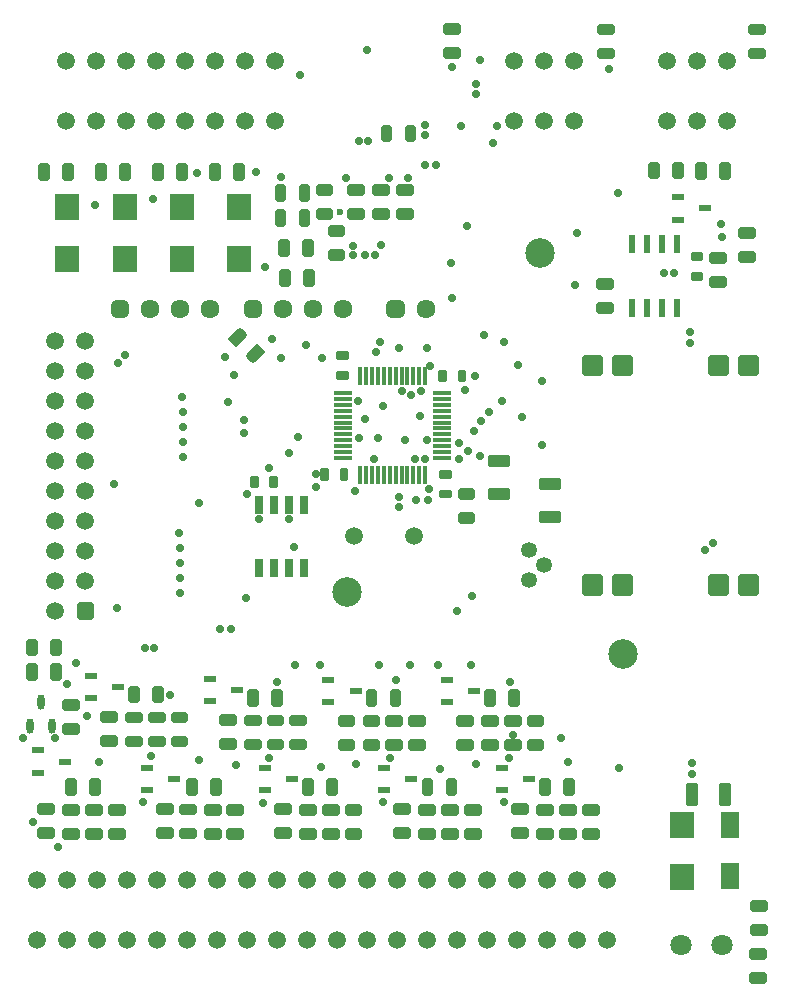
<source format=gts>
G04 Generated by Ultiboard 14.1 *
%FSLAX25Y25*%
%MOIN*%

%ADD10C,0.00001*%
%ADD11C,0.07087*%
%ADD12R,0.05118X0.05118*%
%ADD13C,0.01969*%
%ADD14R,0.03937X0.01969*%
%ADD15R,0.03937X0.02362*%
%ADD16C,0.05315*%
%ADD17C,0.02756*%
%ADD18R,0.02083X0.02083*%
%ADD19C,0.03917*%
%ADD20C,0.06334*%
%ADD21R,0.01969X0.03937*%
%ADD22R,0.06102X0.09055*%
%ADD23R,0.08465X0.08858*%
%ADD24R,0.02251X0.05834*%
%ADD25C,0.01666*%
%ADD26R,0.05834X0.02251*%
%ADD27C,0.05906*%
%ADD28P,0.05567X4*%
%ADD29O,0.02362X0.05118*%
%ADD30R,0.03543X0.03543*%
%ADD31C,0.02362*%
%ADD32R,0.01575X0.02756*%
%ADD33C,0.01181*%
%ADD34R,0.02559X0.06496*%
%ADD35R,0.02756X0.01575*%
%ADD36R,0.02362X0.06102*%
%ADD37R,0.01181X0.05906*%
%ADD38R,0.05906X0.01181*%
%ADD39C,0.09843*%


G04 ColorRGB FF00CC for the following layer *
%LNSolder Mask Top*%
%LPD*%
G54D10*
G54D11*
X221890Y15283D03*
X235669Y15283D03*
G54D12*
X234484Y208378D03*
X244484Y208378D03*
X192406Y208378D03*
X202406Y208378D03*
X192406Y135307D03*
X202406Y135307D03*
X234484Y135307D03*
X244484Y135307D03*
G54D13*
X231925Y205819D02*
X237043Y205819D01*
X237043Y210937D01*
X231925Y210937D01*
X231925Y205819D01*D02*
X241925Y205819D02*
X247043Y205819D01*
X247043Y210937D01*
X241925Y210937D01*
X241925Y205819D01*D02*
X189847Y205819D02*
X194965Y205819D01*
X194965Y210937D01*
X189847Y210937D01*
X189847Y205819D01*D02*
X199847Y205819D02*
X204965Y205819D01*
X204965Y210937D01*
X199847Y210937D01*
X199847Y205819D01*D02*
X189847Y132748D02*
X194965Y132748D01*
X194965Y137866D01*
X189847Y137866D01*
X189847Y132748D01*D02*
X199847Y132748D02*
X204965Y132748D01*
X204965Y137866D01*
X199847Y137866D01*
X199847Y132748D01*D02*
X231925Y132748D02*
X237043Y132748D01*
X237043Y137866D01*
X231925Y137866D01*
X231925Y132748D01*D02*
X241925Y132748D02*
X247043Y132748D01*
X247043Y137866D01*
X241925Y137866D01*
X241925Y132748D01*D02*
X31823Y51365D02*
X35759Y51365D01*
X35759Y53333D01*
X31823Y53333D01*
X31823Y51365D01*D02*
X31823Y59365D02*
X35759Y59365D01*
X35759Y61333D01*
X31823Y61333D01*
X31823Y59365D01*D02*
X8382Y59483D02*
X12318Y59483D01*
X12318Y61451D01*
X8382Y61451D01*
X8382Y59483D01*D02*
X8382Y51483D02*
X12318Y51483D01*
X12318Y53451D01*
X8382Y53451D01*
X8382Y51483D01*D02*
X16705Y51365D02*
X20641Y51365D01*
X20641Y53333D01*
X16705Y53333D01*
X16705Y51365D01*D02*
X16705Y59365D02*
X20641Y59365D01*
X20641Y61333D01*
X16705Y61333D01*
X16705Y59365D01*D02*
X24264Y51365D02*
X28200Y51365D01*
X28200Y53333D01*
X24264Y53333D01*
X24264Y51365D01*D02*
X24264Y59365D02*
X28200Y59365D01*
X28200Y61333D01*
X24264Y61333D01*
X24264Y59365D01*D02*
X227551Y271410D02*
X229519Y271410D01*
X229519Y275346D01*
X227551Y275346D01*
X227551Y271410D01*D02*
X235551Y271410D02*
X237519Y271410D01*
X237519Y275346D01*
X235551Y275346D01*
X235551Y271410D01*D02*
X219992Y271426D02*
X221960Y271426D01*
X221960Y275362D01*
X219992Y275362D01*
X219992Y271426D01*D02*
X211992Y271426D02*
X213960Y271426D01*
X213960Y275362D01*
X211992Y275362D01*
X211992Y271426D01*D02*
X71382Y51370D02*
X75318Y51370D01*
X75318Y53338D01*
X71382Y53338D01*
X71382Y51370D01*D02*
X71382Y59370D02*
X75318Y59370D01*
X75318Y61338D01*
X71382Y61338D01*
X71382Y59370D01*D02*
X63823Y51370D02*
X67759Y51370D01*
X67759Y53338D01*
X63823Y53338D01*
X63823Y51370D01*D02*
X63823Y59370D02*
X67759Y59370D01*
X67759Y61338D01*
X63823Y61338D01*
X63823Y59370D01*D02*
X47941Y51488D02*
X51877Y51488D01*
X51877Y53456D01*
X47941Y53456D01*
X47941Y51488D01*D02*
X47941Y59488D02*
X51877Y59488D01*
X51877Y61456D01*
X47941Y61456D01*
X47941Y59488D01*D02*
X65788Y66071D02*
X67756Y66071D01*
X67756Y70007D01*
X65788Y70007D01*
X65788Y66071D01*D02*
X57788Y66071D02*
X59756Y66071D01*
X59756Y70007D01*
X57788Y70007D01*
X57788Y66071D01*D02*
X245977Y19173D02*
X249913Y19173D01*
X249913Y21141D01*
X245977Y21141D01*
X245977Y19173D01*D02*
X245977Y27173D02*
X249913Y27173D01*
X249913Y29141D01*
X245977Y29141D01*
X245977Y27173D01*D02*
X245709Y11244D02*
X249645Y11244D01*
X249645Y13212D01*
X245709Y13212D01*
X245709Y11244D01*D02*
X245709Y3244D02*
X249645Y3244D01*
X249645Y5212D01*
X245709Y5212D01*
X245709Y3244D01*D02*
X17725Y66011D02*
X19693Y66011D01*
X19693Y69947D01*
X17725Y69947D01*
X17725Y66011D01*D02*
X25725Y66011D02*
X27693Y66011D01*
X27693Y69947D01*
X25725Y69947D01*
X25725Y66011D01*D02*
X88780Y235646D02*
X90748Y235646D01*
X90748Y239582D01*
X88780Y239582D01*
X88780Y235646D01*D02*
X96780Y235646D02*
X98748Y235646D01*
X98748Y239582D01*
X96780Y239582D01*
X96780Y235646D01*D02*
X105111Y244244D02*
X109047Y244244D01*
X109047Y246212D01*
X105111Y246212D01*
X105111Y244244D01*D02*
X105111Y252244D02*
X109047Y252244D01*
X109047Y254212D01*
X105111Y254212D01*
X105111Y252244D01*D02*
X95402Y255749D02*
X97370Y255749D01*
X97370Y259685D01*
X95402Y259685D01*
X95402Y255749D01*D02*
X87402Y255749D02*
X89370Y255749D01*
X89370Y259685D01*
X87402Y259685D01*
X87402Y255749D01*D02*
X130733Y283756D02*
X132701Y283756D01*
X132701Y287692D01*
X130733Y287692D01*
X130733Y283756D01*D02*
X122733Y283756D02*
X124701Y283756D01*
X124701Y287692D01*
X122733Y287692D01*
X122733Y283756D01*D02*
X241945Y251677D02*
X245881Y251677D01*
X245881Y253645D01*
X241945Y253645D01*
X241945Y251677D01*D02*
X241945Y243677D02*
X245881Y243677D01*
X245881Y245645D01*
X241945Y245645D01*
X241945Y243677D01*D02*
X72178Y217167D02*
X73570Y215775D01*
X76354Y218559D01*
X74962Y219951D01*
X72178Y217167D01*D02*
X82011Y212902D02*
X80619Y214294D01*
X77835Y211510D01*
X79227Y210118D01*
X82011Y212902D01*D02*
X96465Y245709D02*
X98433Y245709D01*
X98433Y249645D01*
X96465Y249645D01*
X96465Y245709D01*D02*
X88465Y245709D02*
X90433Y245709D01*
X90433Y249645D01*
X88465Y249645D01*
X88465Y245709D01*D02*
X127060Y51488D02*
X130996Y51488D01*
X130996Y53456D01*
X127060Y53456D01*
X127060Y51488D01*D02*
X127060Y59488D02*
X130996Y59488D01*
X130996Y61456D01*
X127060Y61456D01*
X127060Y59488D01*D02*
X135382Y51370D02*
X139318Y51370D01*
X139318Y53338D01*
X135382Y53338D01*
X135382Y51370D01*D02*
X135382Y59370D02*
X139318Y59370D01*
X139318Y61338D01*
X135382Y61338D01*
X135382Y59370D01*D02*
X142941Y51370D02*
X146877Y51370D01*
X146877Y53338D01*
X142941Y53338D01*
X142941Y51370D01*D02*
X142941Y59370D02*
X146877Y59370D01*
X146877Y61338D01*
X142941Y61338D01*
X142941Y59370D01*D02*
X150501Y51370D02*
X154437Y51370D01*
X154437Y53338D01*
X150501Y53338D01*
X150501Y51370D01*D02*
X150501Y59370D02*
X154437Y59370D01*
X154437Y61338D01*
X150501Y61338D01*
X150501Y59370D01*D02*
X171414Y88851D02*
X175350Y88851D01*
X175350Y90819D01*
X171414Y90819D01*
X171414Y88851D01*D02*
X171414Y80851D02*
X175350Y80851D01*
X175350Y82819D01*
X171414Y82819D01*
X171414Y80851D01*D02*
X166367Y59488D02*
X170303Y59488D01*
X170303Y61456D01*
X166367Y61456D01*
X166367Y59488D01*D02*
X166367Y51488D02*
X170303Y51488D01*
X170303Y53456D01*
X166367Y53456D01*
X166367Y51488D01*D02*
X174689Y59370D02*
X178625Y59370D01*
X178625Y61338D01*
X174689Y61338D01*
X174689Y59370D01*D02*
X174689Y51370D02*
X178625Y51370D01*
X178625Y53338D01*
X174689Y53338D01*
X174689Y51370D01*D02*
X182249Y51370D02*
X186185Y51370D01*
X186185Y53338D01*
X182249Y53338D01*
X182249Y51370D01*D02*
X182249Y59370D02*
X186185Y59370D01*
X186185Y61338D01*
X182249Y61338D01*
X182249Y59370D01*D02*
X189808Y51370D02*
X193744Y51370D01*
X193744Y53338D01*
X189808Y53338D01*
X189808Y51370D01*D02*
X189808Y59370D02*
X193744Y59370D01*
X193744Y61338D01*
X189808Y61338D01*
X189808Y59370D01*D02*
X87300Y59488D02*
X91236Y59488D01*
X91236Y61456D01*
X87300Y61456D01*
X87300Y59488D01*D02*
X87300Y51488D02*
X91236Y51488D01*
X91236Y53456D01*
X87300Y53456D01*
X87300Y51488D01*D02*
X95623Y51370D02*
X99559Y51370D01*
X99559Y53338D01*
X95623Y53338D01*
X95623Y51370D01*D02*
X95623Y59370D02*
X99559Y59370D01*
X99559Y61338D01*
X95623Y61338D01*
X95623Y59370D01*D02*
X103182Y59370D02*
X107118Y59370D01*
X107118Y61338D01*
X103182Y61338D01*
X103182Y59370D01*D02*
X103182Y51370D02*
X107118Y51370D01*
X107118Y53338D01*
X103182Y53338D01*
X103182Y51370D01*D02*
X110741Y59370D02*
X114677Y59370D01*
X114677Y61338D01*
X110741Y61338D01*
X110741Y59370D01*D02*
X110741Y51370D02*
X114677Y51370D01*
X114677Y53338D01*
X110741Y53338D01*
X110741Y51370D01*D02*
X92296Y81103D02*
X96232Y81103D01*
X96232Y83071D01*
X92296Y83071D01*
X92296Y81103D01*D02*
X92296Y89103D02*
X96232Y89103D01*
X96232Y91071D01*
X92296Y91071D01*
X92296Y89103D01*D02*
X38638Y96756D02*
X40606Y96756D01*
X40606Y100692D01*
X38638Y100692D01*
X38638Y96756D01*D02*
X46638Y96756D02*
X48606Y96756D01*
X48606Y100692D01*
X46638Y100692D01*
X46638Y96756D01*D02*
X52737Y90110D02*
X56673Y90110D01*
X56673Y92078D01*
X52737Y92078D01*
X52737Y90110D01*D02*
X52737Y82110D02*
X56673Y82110D01*
X56673Y84078D01*
X52737Y84078D01*
X52737Y82110D01*D02*
X16670Y94260D02*
X20606Y94260D01*
X20606Y96228D01*
X16670Y96228D01*
X16670Y94260D01*D02*
X16670Y86260D02*
X20606Y86260D01*
X20606Y88228D01*
X16670Y88228D01*
X16670Y86260D01*D02*
X29296Y90229D02*
X33232Y90229D01*
X33232Y92197D01*
X29296Y92197D01*
X29296Y90229D01*D02*
X29296Y82229D02*
X33232Y82229D01*
X33232Y84197D01*
X29296Y84197D01*
X29296Y82229D01*D02*
X37619Y90110D02*
X41555Y90110D01*
X41555Y92078D01*
X37619Y92078D01*
X37619Y90110D01*D02*
X37619Y82110D02*
X41555Y82110D01*
X41555Y84078D01*
X37619Y84078D01*
X37619Y82110D01*D02*
X45178Y82110D02*
X49114Y82110D01*
X49114Y84078D01*
X45178Y84078D01*
X45178Y82110D01*D02*
X45178Y90110D02*
X49114Y90110D01*
X49114Y92078D01*
X45178Y92078D01*
X45178Y90110D01*D02*
X68855Y89221D02*
X72791Y89221D01*
X72791Y91189D01*
X68855Y91189D01*
X68855Y89221D01*D02*
X68855Y81221D02*
X72791Y81221D01*
X72791Y83189D01*
X68855Y83189D01*
X68855Y81221D01*D02*
X77178Y81103D02*
X81114Y81103D01*
X81114Y83071D01*
X77178Y83071D01*
X77178Y81103D01*D02*
X77178Y89103D02*
X81114Y89103D01*
X81114Y91071D01*
X77178Y91071D01*
X77178Y89103D01*D02*
X84737Y89103D02*
X88673Y89103D01*
X88673Y91071D01*
X84737Y91071D01*
X84737Y89103D01*D02*
X84737Y81103D02*
X88673Y81103D01*
X88673Y83071D01*
X84737Y83071D01*
X84737Y81103D01*D02*
X96642Y66016D02*
X98610Y66016D01*
X98610Y69952D01*
X96642Y69952D01*
X96642Y66016D01*D02*
X104642Y66016D02*
X106610Y66016D01*
X106610Y69952D01*
X104642Y69952D01*
X104642Y66016D01*D02*
X108414Y80969D02*
X112350Y80969D01*
X112350Y82937D01*
X108414Y82937D01*
X108414Y80969D01*D02*
X108414Y88969D02*
X112350Y88969D01*
X112350Y90937D01*
X108414Y90937D01*
X108414Y88969D01*D02*
X116737Y88851D02*
X120673Y88851D01*
X120673Y90819D01*
X116737Y90819D01*
X116737Y88851D01*D02*
X116737Y80851D02*
X120673Y80851D01*
X120673Y82819D01*
X116737Y82819D01*
X116737Y80851D01*D02*
X124296Y80851D02*
X128232Y80851D01*
X128232Y82819D01*
X124296Y82819D01*
X124296Y80851D01*D02*
X124296Y88851D02*
X128232Y88851D01*
X128232Y90819D01*
X124296Y90819D01*
X124296Y88851D01*D02*
X147973Y88969D02*
X151909Y88969D01*
X151909Y90937D01*
X147973Y90937D01*
X147973Y88969D01*D02*
X147973Y80969D02*
X151909Y80969D01*
X151909Y82937D01*
X147973Y82937D01*
X147973Y80969D01*D02*
X156296Y88851D02*
X160232Y88851D01*
X160232Y90819D01*
X156296Y90819D01*
X156296Y88851D01*D02*
X156296Y80851D02*
X160232Y80851D01*
X160232Y82819D01*
X156296Y82819D01*
X156296Y80851D01*D02*
X163855Y88851D02*
X167791Y88851D01*
X167791Y90819D01*
X163855Y90819D01*
X163855Y88851D01*D02*
X163855Y80851D02*
X167791Y80851D01*
X167791Y82819D01*
X163855Y82819D01*
X163855Y80851D01*D02*
X183709Y66016D02*
X185677Y66016D01*
X185677Y69952D01*
X183709Y69952D01*
X183709Y66016D01*D02*
X175709Y66016D02*
X177677Y66016D01*
X177677Y69952D01*
X175709Y69952D01*
X175709Y66016D01*D02*
X131855Y88851D02*
X135791Y88851D01*
X135791Y90819D01*
X131855Y90819D01*
X131855Y88851D01*D02*
X131855Y80851D02*
X135791Y80851D01*
X135791Y82819D01*
X131855Y82819D01*
X131855Y80851D01*D02*
X12622Y112434D02*
X14590Y112434D01*
X14590Y116370D01*
X12622Y116370D01*
X12622Y112434D01*D02*
X4622Y112434D02*
X6590Y112434D01*
X6590Y116370D01*
X4622Y116370D01*
X4622Y112434D01*D02*
X12622Y104371D02*
X14590Y104371D01*
X14590Y108307D01*
X12622Y108307D01*
X12622Y104371D01*D02*
X4622Y104371D02*
X6590Y104371D01*
X6590Y108307D01*
X4622Y108307D01*
X4622Y104371D01*D02*
X136402Y66016D02*
X138370Y66016D01*
X138370Y69952D01*
X136402Y69952D01*
X136402Y66016D01*D02*
X144402Y66016D02*
X146370Y66016D01*
X146370Y69952D01*
X144402Y69952D01*
X144402Y66016D01*D02*
X55489Y59425D02*
X59425Y59425D01*
X59425Y61393D01*
X55489Y61393D01*
X55489Y59425D01*D02*
X55489Y51425D02*
X59425Y51425D01*
X59425Y53393D01*
X55489Y53393D01*
X55489Y51425D01*D02*
X119993Y265985D02*
X123929Y265985D01*
X123929Y267953D01*
X119993Y267953D01*
X119993Y265985D01*D02*
X119993Y257985D02*
X123929Y257985D01*
X123929Y259953D01*
X119993Y259953D01*
X119993Y257985D01*D02*
X111678Y258040D02*
X115614Y258040D01*
X115614Y260008D01*
X111678Y260008D01*
X111678Y258040D01*D02*
X111678Y266040D02*
X115614Y266040D01*
X115614Y268008D01*
X111678Y268008D01*
X111678Y266040D01*D02*
X128056Y257985D02*
X131992Y257985D01*
X131992Y259953D01*
X128056Y259953D01*
X128056Y257985D01*D02*
X128056Y265985D02*
X131992Y265985D01*
X131992Y267953D01*
X128056Y267953D01*
X128056Y265985D01*D02*
X194812Y311429D02*
X198748Y311429D01*
X198748Y313397D01*
X194812Y313397D01*
X194812Y311429D01*D02*
X194812Y319429D02*
X198748Y319429D01*
X198748Y321397D01*
X194812Y321397D01*
X194812Y319429D01*D02*
X245205Y311429D02*
X249141Y311429D01*
X249141Y313397D01*
X245205Y313397D01*
X245205Y311429D01*D02*
X245205Y319429D02*
X249141Y319429D01*
X249141Y321397D01*
X245205Y321397D01*
X245205Y319429D01*D02*
X143662Y319520D02*
X147598Y319520D01*
X147598Y321488D01*
X143662Y321488D01*
X143662Y319520D01*D02*
X143662Y311520D02*
X147598Y311520D01*
X147598Y313488D01*
X143662Y313488D01*
X143662Y311520D01*D02*
X87402Y264063D02*
X89370Y264063D01*
X89370Y267999D01*
X87402Y267999D01*
X87402Y264063D01*D02*
X95402Y264063D02*
X97370Y264063D01*
X97370Y267999D01*
X95402Y267999D01*
X95402Y264063D01*D02*
X101095Y258040D02*
X105031Y258040D01*
X105031Y260008D01*
X101095Y260008D01*
X101095Y258040D01*D02*
X101095Y266040D02*
X105031Y266040D01*
X105031Y268008D01*
X101095Y268008D01*
X101095Y266040D01*D02*
X8536Y270835D02*
X10504Y270835D01*
X10504Y274771D01*
X8536Y274771D01*
X8536Y270835D01*D02*
X16536Y270835D02*
X18504Y270835D01*
X18504Y274771D01*
X16536Y274771D01*
X16536Y270835D01*D02*
X27517Y270835D02*
X29485Y270835D01*
X29485Y274771D01*
X27517Y274771D01*
X27517Y270835D01*D02*
X35517Y270835D02*
X37485Y270835D01*
X37485Y274771D01*
X35517Y274771D01*
X35517Y270835D01*D02*
X46499Y270835D02*
X48467Y270835D01*
X48467Y274771D01*
X46499Y274771D01*
X46499Y270835D01*D02*
X54499Y270835D02*
X56467Y270835D01*
X56467Y274771D01*
X54499Y274771D01*
X54499Y270835D01*D02*
X73481Y270835D02*
X75449Y270835D01*
X75449Y274771D01*
X73481Y274771D01*
X73481Y270835D01*D02*
X65481Y270835D02*
X67449Y270835D01*
X67449Y274771D01*
X65481Y274771D01*
X65481Y270835D01*D02*
X148449Y156559D02*
X152385Y156559D01*
X152385Y158527D01*
X148449Y158527D01*
X148449Y156559D01*D02*
X148449Y164559D02*
X152385Y164559D01*
X152385Y166527D01*
X148449Y166527D01*
X148449Y164559D01*D02*
X232371Y243362D02*
X236307Y243362D01*
X236307Y245330D01*
X232371Y245330D01*
X232371Y243362D01*D02*
X232371Y235362D02*
X236307Y235362D01*
X236307Y237330D01*
X232371Y237330D01*
X232371Y235362D01*D02*
X194575Y226544D02*
X198511Y226544D01*
X198511Y228512D01*
X194575Y228512D01*
X194575Y226544D01*D02*
X194575Y234544D02*
X198511Y234544D01*
X198511Y236512D01*
X194575Y236512D01*
X194575Y234544D01*D02*
X165315Y95497D02*
X167283Y95497D01*
X167283Y99433D01*
X165315Y99433D01*
X165315Y95497D01*D02*
X157315Y95497D02*
X159283Y95497D01*
X159283Y99433D01*
X157315Y99433D01*
X157315Y95497D01*D02*
X117756Y95497D02*
X119724Y95497D01*
X119724Y99433D01*
X117756Y99433D01*
X117756Y95497D01*D02*
X125756Y95497D02*
X127724Y95497D01*
X127724Y99433D01*
X125756Y99433D01*
X125756Y95497D01*D02*
X78197Y95749D02*
X80165Y95749D01*
X80165Y99685D01*
X78197Y99685D01*
X78197Y95749D01*D02*
X86197Y95749D02*
X88165Y95749D01*
X88165Y99685D01*
X86197Y99685D01*
X86197Y95749D01*D02*
G54D14*
X33791Y52349D03*
X33791Y60349D03*
X10350Y60467D03*
X10350Y52467D03*
X18673Y52349D03*
X18673Y60349D03*
X26232Y52349D03*
X26232Y60349D03*
X73350Y52354D03*
X73350Y60354D03*
X65791Y52354D03*
X65791Y60354D03*
X49909Y52472D03*
X49909Y60472D03*
X247945Y20157D03*
X247945Y28157D03*
X247677Y12228D03*
X247677Y4228D03*
X107079Y245228D03*
X107079Y253228D03*
X243913Y252661D03*
X243913Y244661D03*
X129028Y52472D03*
X129028Y60472D03*
X137350Y52354D03*
X137350Y60354D03*
X144909Y52354D03*
X144909Y60354D03*
X152469Y52354D03*
X152469Y60354D03*
X173382Y89835D03*
X173382Y81835D03*
X168335Y60472D03*
X168335Y52472D03*
X176657Y60354D03*
X176657Y52354D03*
X184217Y52354D03*
X184217Y60354D03*
X191776Y52354D03*
X191776Y60354D03*
X89268Y60472D03*
X89268Y52472D03*
X97591Y52354D03*
X97591Y60354D03*
X105150Y60354D03*
X105150Y52354D03*
X112709Y60354D03*
X112709Y52354D03*
X94264Y82087D03*
X94264Y90087D03*
X54705Y91094D03*
X54705Y83094D03*
X18638Y95244D03*
X18638Y87244D03*
X31264Y91213D03*
X31264Y83213D03*
X39587Y91094D03*
X39587Y83094D03*
X47146Y83094D03*
X47146Y91094D03*
X70823Y90205D03*
X70823Y82205D03*
X79146Y82087D03*
X79146Y90087D03*
X86705Y90087D03*
X86705Y82087D03*
X110382Y81953D03*
X110382Y89953D03*
X118705Y89835D03*
X118705Y81835D03*
X126264Y81835D03*
X126264Y89835D03*
X149941Y89953D03*
X149941Y81953D03*
X158264Y89835D03*
X158264Y81835D03*
X165823Y89835D03*
X165823Y81835D03*
X133823Y89835D03*
X133823Y81835D03*
X57457Y60409D03*
X57457Y52409D03*
X121961Y266969D03*
X121961Y258969D03*
X113646Y259024D03*
X113646Y267024D03*
X130024Y258969D03*
X130024Y266969D03*
X196780Y312413D03*
X196780Y320413D03*
X247173Y312413D03*
X247173Y320413D03*
X145630Y320504D03*
X145630Y312504D03*
X103063Y259024D03*
X103063Y267024D03*
X150417Y157543D03*
X150417Y165543D03*
X234339Y244346D03*
X234339Y236346D03*
X196543Y227528D03*
X196543Y235528D03*
G54D15*
X7567Y72606D03*
X7567Y80087D03*
X16622Y76346D03*
X220984Y257047D03*
X230039Y260787D03*
X220984Y264528D03*
X43870Y66756D03*
X43870Y74236D03*
X52925Y70496D03*
X122988Y74236D03*
X122988Y66756D03*
X132043Y70496D03*
X143902Y103717D03*
X143902Y96236D03*
X152957Y99976D03*
X162295Y74236D03*
X162295Y66756D03*
X171350Y70496D03*
X64783Y103969D03*
X64783Y96488D03*
X73839Y100228D03*
X25224Y97496D03*
X25224Y104976D03*
X34280Y101236D03*
X92283Y70496D03*
X83228Y66756D03*
X83228Y74236D03*
X104343Y103717D03*
X104343Y96236D03*
X113398Y99976D03*
G54D16*
X171087Y146898D03*
X171087Y136898D03*
X176087Y141898D03*
G54D17*
X145630Y307898D03*
X130844Y270939D03*
X124472Y270866D03*
X154961Y310173D03*
X153449Y298835D03*
X235591Y251213D03*
X60724Y272630D03*
X200819Y266079D03*
X114646Y283213D03*
X230047Y146898D03*
X224756Y219717D03*
X94992Y305386D03*
X81193Y157287D03*
X91213Y157228D03*
X92976Y147906D03*
X43087Y114142D03*
X145126Y242654D03*
X137071Y214173D03*
X128000Y214173D03*
X156220Y218457D03*
X83150Y241386D03*
X114394Y196535D03*
X122457Y194772D03*
X69795Y211402D03*
X167559Y208630D03*
X162772Y216189D03*
X84661Y174362D03*
X100283Y167811D03*
X77354Y165543D03*
X94236Y184693D03*
X168819Y191244D03*
X20157Y109102D03*
X76850Y131024D03*
X27969Y76094D03*
X127748Y164535D03*
X153449Y75591D03*
X113638Y75591D03*
X73575Y75339D03*
X201071Y74331D03*
X113386Y166551D03*
X51449Y98724D03*
X61228Y76850D03*
X137827Y167307D03*
X184189Y76094D03*
X137124Y183486D03*
X154961Y178394D03*
X126740Y103559D03*
X97008Y215181D03*
X85417Y217197D03*
X186709Y235087D03*
X147150Y126488D03*
X152189Y131528D03*
X2520Y84157D03*
X162772Y62992D03*
X42583Y62992D03*
X82646Y62740D03*
X122709Y62992D03*
X133543Y163528D03*
X137575Y163528D03*
X87181Y103055D03*
X147906Y177134D03*
X150929Y179906D03*
X147906Y182677D03*
X101795Y74583D03*
X152945Y186709D03*
X165039Y102803D03*
X155213Y189984D03*
X157732Y192756D03*
X119685Y177134D03*
X91213Y179150D03*
X138331Y208378D03*
X117165Y313449D03*
X121449Y216189D03*
X120189Y212913D03*
X187213Y252724D03*
X148661Y288252D03*
X219465Y239118D03*
X216189Y239118D03*
X224756Y215937D03*
X46362Y114142D03*
X34268Y209134D03*
X36535Y211906D03*
X70803Y196283D03*
X117417Y283213D03*
X232567Y149417D03*
X112630Y248189D03*
X112630Y245165D03*
X145638Y230803D03*
X135307Y199811D03*
X132031Y198551D03*
X76346Y185953D03*
X128756Y199811D03*
X54929Y147654D03*
X54929Y142614D03*
X54929Y137575D03*
X54929Y132535D03*
X61228Y162520D03*
X32756Y169071D03*
X33764Y127496D03*
X76346Y190236D03*
X54425Y152693D03*
X55685Y198047D03*
X110110Y270866D03*
X80126Y272882D03*
X121953Y248441D03*
X150677Y254992D03*
X45858Y264063D03*
X26709Y262047D03*
X55937Y193008D03*
X55937Y187969D03*
X55937Y182929D03*
X55937Y177890D03*
X13102Y84157D03*
X17134Y102299D03*
X197795Y307402D03*
X141606Y74079D03*
X133291Y177134D03*
X127748Y161260D03*
X136567Y177134D03*
X129764Y183433D03*
X135055Y191496D03*
X120945Y184189D03*
X149921Y200315D03*
X114646Y184189D03*
X162268Y196535D03*
X71811Y120441D03*
X68283Y120441D03*
X175622Y181921D03*
X102299Y210898D03*
X175622Y203339D03*
X100283Y172094D03*
X88441Y210898D03*
X72819Y205102D03*
X235339Y255496D03*
X23937Y91465D03*
X225512Y72315D03*
X225512Y75843D03*
X119937Y245165D03*
X116409Y245165D03*
X136567Y275150D03*
X140094Y275150D03*
X136567Y285228D03*
X136567Y288504D03*
X153449Y302362D03*
X88441Y271370D03*
X181921Y84409D03*
X14362Y47874D03*
X165795Y85165D03*
X93228Y108598D03*
X101543Y108598D03*
X121197Y108598D03*
X131528Y108598D03*
X140850Y108598D03*
X151937Y108598D03*
X164535Y77606D03*
X6047Y56189D03*
X84661Y77606D03*
X124976Y77606D03*
X45102Y78110D03*
X116409Y190488D03*
X153197Y204850D03*
X159244Y282457D03*
X160504Y288252D03*
G54D18*
X126740Y227276D03*
X34826Y227276D03*
X79118Y227276D03*
G54D19*
X125699Y226235D02*
X127781Y226235D01*
X127781Y228317D01*
X125699Y228317D01*
X125699Y226235D01*D02*
X33785Y226235D02*
X35867Y226235D01*
X35867Y228317D01*
X33785Y228317D01*
X33785Y226235D01*D02*
X78077Y226235D02*
X80159Y226235D01*
X80159Y228317D01*
X78077Y228317D01*
X78077Y226235D01*D02*
G54D20*
X136740Y227276D03*
X44826Y227276D03*
X54826Y227276D03*
X64826Y227276D03*
X99118Y227276D03*
X89118Y227276D03*
X109118Y227276D03*
G54D21*
X228535Y273378D03*
X236535Y273378D03*
X220976Y273394D03*
X212976Y273394D03*
X66772Y68039D03*
X58772Y68039D03*
X18709Y67979D03*
X26709Y67979D03*
X89764Y237614D03*
X97764Y237614D03*
X96386Y257717D03*
X88386Y257717D03*
X131717Y285724D03*
X123717Y285724D03*
X97449Y247677D03*
X89449Y247677D03*
X39622Y98724D03*
X47622Y98724D03*
X97626Y67984D03*
X105626Y67984D03*
X184693Y67984D03*
X176693Y67984D03*
X13606Y114402D03*
X5606Y114402D03*
X13606Y106339D03*
X5606Y106339D03*
X137386Y67984D03*
X145386Y67984D03*
X88386Y266031D03*
X96386Y266031D03*
X9520Y272803D03*
X17520Y272803D03*
X28501Y272803D03*
X36501Y272803D03*
X47483Y272803D03*
X55483Y272803D03*
X74465Y272803D03*
X66465Y272803D03*
X166299Y97465D03*
X158299Y97465D03*
X118740Y97465D03*
X126740Y97465D03*
X79181Y97717D03*
X87181Y97717D03*
G54D22*
X238110Y38283D03*
X238110Y55213D03*
G54D23*
X222236Y37835D03*
X222236Y55157D03*
X17272Y243972D03*
X17272Y261295D03*
X36421Y243972D03*
X36421Y261295D03*
X55571Y243972D03*
X55571Y261295D03*
X74720Y243972D03*
X74720Y261295D03*
G54D24*
X225303Y65646D03*
X236303Y65646D03*
G54D25*
X224178Y62729D02*
X226428Y62729D01*
X226428Y68563D01*
X224178Y68563D01*
X224178Y62729D01*D02*
X235178Y62729D02*
X237428Y62729D01*
X237428Y68563D01*
X235178Y68563D01*
X235178Y62729D01*D02*
X158091Y175714D02*
X163925Y175714D01*
X163925Y177964D01*
X158091Y177964D01*
X158091Y175714D01*D02*
X158091Y164714D02*
X163925Y164714D01*
X163925Y166964D01*
X158091Y166964D01*
X158091Y164714D01*D02*
X175225Y167903D02*
X181059Y167903D01*
X181059Y170153D01*
X175225Y170153D01*
X175225Y167903D01*D02*
X175225Y156903D02*
X181059Y156903D01*
X181059Y159153D01*
X175225Y159153D01*
X175225Y156903D01*D02*
G54D26*
X161008Y176839D03*
X161008Y165839D03*
X178142Y169028D03*
X178142Y158028D03*
G54D27*
X7087Y16888D03*
X17087Y16888D03*
X27087Y16888D03*
X37087Y16888D03*
X47087Y16888D03*
X57087Y16888D03*
X67087Y16888D03*
X77087Y16888D03*
X87087Y16888D03*
X97087Y16888D03*
X117087Y16888D03*
X107087Y16888D03*
X127087Y16888D03*
X137087Y16888D03*
X147087Y16888D03*
X157087Y16888D03*
X167087Y16888D03*
X177087Y16888D03*
X187087Y16888D03*
X197087Y16888D03*
X7087Y36888D03*
X17087Y36888D03*
X27087Y36888D03*
X37087Y36888D03*
X47087Y36888D03*
X57087Y36888D03*
X67087Y36888D03*
X77087Y36888D03*
X87087Y36888D03*
X97087Y36888D03*
X107087Y36888D03*
X117087Y36888D03*
X127087Y36888D03*
X137087Y36888D03*
X147087Y36888D03*
X157087Y36888D03*
X167087Y36888D03*
X177087Y36888D03*
X187087Y36888D03*
X197087Y36888D03*
X186320Y309773D03*
X176320Y309773D03*
X166320Y309773D03*
X186320Y289773D03*
X176320Y289773D03*
X166320Y289773D03*
X86694Y310003D03*
X76703Y310003D03*
X66712Y310003D03*
X56721Y309964D03*
X36740Y309964D03*
X46731Y309964D03*
X26749Y309964D03*
X16758Y309964D03*
X86694Y290003D03*
X76703Y290003D03*
X66712Y290003D03*
X56721Y289964D03*
X46731Y289964D03*
X36740Y289964D03*
X26749Y289964D03*
X16758Y289964D03*
X237316Y309773D03*
X227316Y309773D03*
X217316Y309773D03*
X237316Y289773D03*
X227316Y289773D03*
X217316Y289773D03*
X13181Y126740D03*
X13181Y136740D03*
X23181Y136740D03*
X13181Y146740D03*
X23181Y146740D03*
X13181Y156740D03*
X23181Y156740D03*
X13181Y166740D03*
X23181Y166740D03*
X13181Y176740D03*
X23181Y176740D03*
X13181Y186740D03*
X23181Y186740D03*
X13181Y196740D03*
X23181Y196740D03*
X13181Y206740D03*
X23181Y206740D03*
X13181Y216740D03*
X23181Y216740D03*
X132787Y151685D03*
X112787Y151685D03*
G54D28*
X73570Y217167D03*
X80619Y212902D03*
G54D29*
X4827Y88087D03*
X12307Y88087D03*
X8567Y96354D03*
G54D30*
X23181Y126740D03*
G54D31*
X21410Y124969D02*
X24952Y124969D01*
X24952Y128511D01*
X21410Y128511D01*
X21410Y124969D01*D02*
X108346Y259528D03*
G54D32*
X79622Y169575D03*
X86173Y169575D03*
X103055Y172094D03*
X109606Y172094D03*
X142362Y204850D03*
X148913Y204850D03*
G54D33*
X78835Y168197D02*
X80409Y168197D01*
X80409Y170953D01*
X78835Y170953D01*
X78835Y168197D01*D02*
X85386Y168197D02*
X86960Y168197D01*
X86960Y170953D01*
X85386Y170953D01*
X85386Y168197D01*D02*
X107724Y204315D02*
X110480Y204315D01*
X110480Y205889D01*
X107724Y205889D01*
X107724Y204315D01*D02*
X107724Y210867D02*
X110480Y210867D01*
X110480Y212441D01*
X107724Y212441D01*
X107724Y210867D01*D02*
X102268Y170716D02*
X103842Y170716D01*
X103842Y173472D01*
X102268Y173472D01*
X102268Y170716D01*D02*
X108819Y170716D02*
X110393Y170716D01*
X110393Y173472D01*
X108819Y173472D01*
X108819Y170716D01*D02*
X141992Y164756D02*
X144748Y164756D01*
X144748Y166330D01*
X141992Y166330D01*
X141992Y164756D01*D02*
X141992Y171307D02*
X144748Y171307D01*
X144748Y172881D01*
X141992Y172881D01*
X141992Y171307D01*D02*
X141575Y203472D02*
X143149Y203472D01*
X143149Y206228D01*
X141575Y206228D01*
X141575Y203472D01*D02*
X148126Y203472D02*
X149700Y203472D01*
X149700Y206228D01*
X148126Y206228D01*
X148126Y203472D01*D02*
X225898Y237323D02*
X228654Y237323D01*
X228654Y238897D01*
X225898Y238897D01*
X225898Y237323D01*D02*
X225898Y243874D02*
X228654Y243874D01*
X228654Y245448D01*
X225898Y245448D01*
X225898Y243874D01*D02*
G54D34*
X81193Y141000D03*
X91193Y141000D03*
X86193Y141000D03*
X96193Y141000D03*
X81193Y161866D03*
X91193Y161866D03*
X86193Y161866D03*
X96193Y161866D03*
G54D35*
X109102Y205102D03*
X109102Y211654D03*
X143370Y165543D03*
X143370Y172094D03*
X227276Y238110D03*
X227276Y244661D03*
G54D36*
X205413Y227732D03*
X210413Y227732D03*
X215413Y227732D03*
X220413Y227732D03*
X205413Y248992D03*
X210413Y248992D03*
X215413Y248992D03*
X220413Y248992D03*
G54D37*
X120876Y171872D03*
X118907Y171872D03*
X116939Y171872D03*
X114970Y171872D03*
X128750Y171872D03*
X126781Y171872D03*
X124813Y171872D03*
X122844Y171872D03*
X136624Y171872D03*
X134656Y171872D03*
X132687Y171872D03*
X130719Y171872D03*
X120876Y204943D03*
X118907Y204943D03*
X114970Y204943D03*
X116939Y204943D03*
X128750Y204943D03*
X126781Y204943D03*
X124813Y204943D03*
X122844Y204943D03*
X136624Y204943D03*
X134656Y204943D03*
X132687Y204943D03*
X130719Y204943D03*
G54D38*
X109262Y177581D03*
X109262Y179549D03*
X142333Y177581D03*
X142333Y179549D03*
X109262Y181518D03*
X109262Y187423D03*
X109262Y183486D03*
X109262Y185455D03*
X142333Y181518D03*
X142333Y187423D03*
X142333Y183486D03*
X142333Y185455D03*
X109262Y189392D03*
X109262Y191360D03*
X109262Y193329D03*
X109262Y195297D03*
X142333Y189392D03*
X142333Y191360D03*
X142333Y193329D03*
X142333Y195297D03*
X109262Y197266D03*
X109262Y199234D03*
X142333Y197266D03*
X142333Y199234D03*
G54D39*
X174866Y245921D03*
X110614Y133039D03*
X202583Y112378D03*

M02*

</source>
